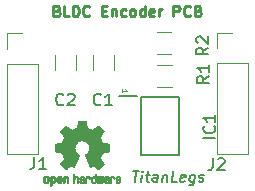
<source format=gbr>
G04 #@! TF.GenerationSoftware,KiCad,Pcbnew,5.1.5+dfsg1-2build2*
G04 #@! TF.CreationDate,2021-08-24T21:15:58+05:30*
G04 #@! TF.ProjectId,AS5600-Encoder-PCB,41533536-3030-42d4-956e-636f6465722d,rev?*
G04 #@! TF.SameCoordinates,Original*
G04 #@! TF.FileFunction,Legend,Top*
G04 #@! TF.FilePolarity,Positive*
%FSLAX46Y46*%
G04 Gerber Fmt 4.6, Leading zero omitted, Abs format (unit mm)*
G04 Created by KiCad (PCBNEW 5.1.5+dfsg1-2build2) date 2021-08-24 21:15:58*
%MOMM*%
%LPD*%
G04 APERTURE LIST*
%ADD10C,0.100000*%
%ADD11C,0.180000*%
%ADD12C,0.225000*%
%ADD13C,0.010000*%
%ADD14C,0.120000*%
%ADD15C,0.200000*%
%ADD16C,0.150000*%
G04 APERTURE END LIST*
D10*
X201319787Y-155013645D02*
X201319787Y-154785074D01*
X201319787Y-154899360D02*
X201719787Y-154899360D01*
X201662644Y-154861264D01*
X201624549Y-154823169D01*
X201605501Y-154785074D01*
D11*
X202260231Y-161729322D02*
X202774517Y-161729322D01*
X202404874Y-162629322D02*
X202517374Y-161729322D01*
X202962017Y-162629322D02*
X203037017Y-162029322D01*
X203074517Y-161729322D02*
X203026302Y-161772180D01*
X203063802Y-161815037D01*
X203112017Y-161772180D01*
X203074517Y-161729322D01*
X203063802Y-161815037D01*
X203337017Y-162029322D02*
X203679874Y-162029322D01*
X203503088Y-161729322D02*
X203406660Y-162500751D01*
X203438802Y-162586465D01*
X203519160Y-162629322D01*
X203604874Y-162629322D01*
X204290588Y-162629322D02*
X204349517Y-162157894D01*
X204317374Y-162072180D01*
X204237017Y-162029322D01*
X204065588Y-162029322D01*
X203974517Y-162072180D01*
X204295945Y-162586465D02*
X204204874Y-162629322D01*
X203990588Y-162629322D01*
X203910231Y-162586465D01*
X203878088Y-162500751D01*
X203888802Y-162415037D01*
X203942374Y-162329322D01*
X204033445Y-162286465D01*
X204247731Y-162286465D01*
X204338802Y-162243608D01*
X204794160Y-162029322D02*
X204719160Y-162629322D01*
X204783445Y-162115037D02*
X204831660Y-162072180D01*
X204922731Y-162029322D01*
X205051302Y-162029322D01*
X205131660Y-162072180D01*
X205163802Y-162157894D01*
X205104874Y-162629322D01*
X205962017Y-162629322D02*
X205533445Y-162629322D01*
X205645945Y-161729322D01*
X206610231Y-162586465D02*
X206519160Y-162629322D01*
X206347731Y-162629322D01*
X206267374Y-162586465D01*
X206235231Y-162500751D01*
X206278088Y-162157894D01*
X206331660Y-162072180D01*
X206422731Y-162029322D01*
X206594160Y-162029322D01*
X206674517Y-162072180D01*
X206706660Y-162157894D01*
X206695945Y-162243608D01*
X206256660Y-162329322D01*
X207494160Y-162029322D02*
X207403088Y-162757894D01*
X207349517Y-162843608D01*
X207301302Y-162886465D01*
X207210231Y-162929322D01*
X207081660Y-162929322D01*
X207001302Y-162886465D01*
X207424517Y-162586465D02*
X207333445Y-162629322D01*
X207162017Y-162629322D01*
X207081660Y-162586465D01*
X207044160Y-162543608D01*
X207012017Y-162457894D01*
X207044160Y-162200751D01*
X207097731Y-162115037D01*
X207145945Y-162072180D01*
X207237017Y-162029322D01*
X207408445Y-162029322D01*
X207488802Y-162072180D01*
X207810231Y-162586465D02*
X207890588Y-162629322D01*
X208062017Y-162629322D01*
X208153088Y-162586465D01*
X208206660Y-162500751D01*
X208212017Y-162457894D01*
X208179874Y-162372180D01*
X208099517Y-162329322D01*
X207970945Y-162329322D01*
X207890588Y-162286465D01*
X207858445Y-162200751D01*
X207863802Y-162157894D01*
X207917374Y-162072180D01*
X208008445Y-162029322D01*
X208137017Y-162029322D01*
X208217374Y-162072180D01*
D12*
X195812514Y-148132014D02*
X195941085Y-148174871D01*
X195983942Y-148217728D01*
X196026800Y-148303442D01*
X196026800Y-148432014D01*
X195983942Y-148517728D01*
X195941085Y-148560585D01*
X195855371Y-148603442D01*
X195512514Y-148603442D01*
X195512514Y-147703442D01*
X195812514Y-147703442D01*
X195898228Y-147746300D01*
X195941085Y-147789157D01*
X195983942Y-147874871D01*
X195983942Y-147960585D01*
X195941085Y-148046300D01*
X195898228Y-148089157D01*
X195812514Y-148132014D01*
X195512514Y-148132014D01*
X196841085Y-148603442D02*
X196412514Y-148603442D01*
X196412514Y-147703442D01*
X197141085Y-148603442D02*
X197141085Y-147703442D01*
X197355371Y-147703442D01*
X197483942Y-147746300D01*
X197569657Y-147832014D01*
X197612514Y-147917728D01*
X197655371Y-148089157D01*
X197655371Y-148217728D01*
X197612514Y-148389157D01*
X197569657Y-148474871D01*
X197483942Y-148560585D01*
X197355371Y-148603442D01*
X197141085Y-148603442D01*
X198555371Y-148517728D02*
X198512514Y-148560585D01*
X198383942Y-148603442D01*
X198298228Y-148603442D01*
X198169657Y-148560585D01*
X198083942Y-148474871D01*
X198041085Y-148389157D01*
X197998228Y-148217728D01*
X197998228Y-148089157D01*
X198041085Y-147917728D01*
X198083942Y-147832014D01*
X198169657Y-147746300D01*
X198298228Y-147703442D01*
X198383942Y-147703442D01*
X198512514Y-147746300D01*
X198555371Y-147789157D01*
X199626800Y-148132014D02*
X199926800Y-148132014D01*
X200055371Y-148603442D02*
X199626800Y-148603442D01*
X199626800Y-147703442D01*
X200055371Y-147703442D01*
X200441085Y-148003442D02*
X200441085Y-148603442D01*
X200441085Y-148089157D02*
X200483942Y-148046300D01*
X200569657Y-148003442D01*
X200698228Y-148003442D01*
X200783942Y-148046300D01*
X200826800Y-148132014D01*
X200826800Y-148603442D01*
X201641085Y-148560585D02*
X201555371Y-148603442D01*
X201383942Y-148603442D01*
X201298228Y-148560585D01*
X201255371Y-148517728D01*
X201212514Y-148432014D01*
X201212514Y-148174871D01*
X201255371Y-148089157D01*
X201298228Y-148046300D01*
X201383942Y-148003442D01*
X201555371Y-148003442D01*
X201641085Y-148046300D01*
X202155371Y-148603442D02*
X202069657Y-148560585D01*
X202026800Y-148517728D01*
X201983942Y-148432014D01*
X201983942Y-148174871D01*
X202026800Y-148089157D01*
X202069657Y-148046300D01*
X202155371Y-148003442D01*
X202283942Y-148003442D01*
X202369657Y-148046300D01*
X202412514Y-148089157D01*
X202455371Y-148174871D01*
X202455371Y-148432014D01*
X202412514Y-148517728D01*
X202369657Y-148560585D01*
X202283942Y-148603442D01*
X202155371Y-148603442D01*
X203226800Y-148603442D02*
X203226800Y-147703442D01*
X203226800Y-148560585D02*
X203141085Y-148603442D01*
X202969657Y-148603442D01*
X202883942Y-148560585D01*
X202841085Y-148517728D01*
X202798228Y-148432014D01*
X202798228Y-148174871D01*
X202841085Y-148089157D01*
X202883942Y-148046300D01*
X202969657Y-148003442D01*
X203141085Y-148003442D01*
X203226800Y-148046300D01*
X203998228Y-148560585D02*
X203912514Y-148603442D01*
X203741085Y-148603442D01*
X203655371Y-148560585D01*
X203612514Y-148474871D01*
X203612514Y-148132014D01*
X203655371Y-148046300D01*
X203741085Y-148003442D01*
X203912514Y-148003442D01*
X203998228Y-148046300D01*
X204041085Y-148132014D01*
X204041085Y-148217728D01*
X203612514Y-148303442D01*
X204426800Y-148603442D02*
X204426800Y-148003442D01*
X204426800Y-148174871D02*
X204469657Y-148089157D01*
X204512514Y-148046300D01*
X204598228Y-148003442D01*
X204683942Y-148003442D01*
X205669657Y-148603442D02*
X205669657Y-147703442D01*
X206012514Y-147703442D01*
X206098228Y-147746300D01*
X206141085Y-147789157D01*
X206183942Y-147874871D01*
X206183942Y-148003442D01*
X206141085Y-148089157D01*
X206098228Y-148132014D01*
X206012514Y-148174871D01*
X205669657Y-148174871D01*
X207083942Y-148517728D02*
X207041085Y-148560585D01*
X206912514Y-148603442D01*
X206826800Y-148603442D01*
X206698228Y-148560585D01*
X206612514Y-148474871D01*
X206569657Y-148389157D01*
X206526800Y-148217728D01*
X206526800Y-148089157D01*
X206569657Y-147917728D01*
X206612514Y-147832014D01*
X206698228Y-147746300D01*
X206826800Y-147703442D01*
X206912514Y-147703442D01*
X207041085Y-147746300D01*
X207083942Y-147789157D01*
X207769657Y-148132014D02*
X207898228Y-148174871D01*
X207941085Y-148217728D01*
X207983942Y-148303442D01*
X207983942Y-148432014D01*
X207941085Y-148517728D01*
X207898228Y-148560585D01*
X207812514Y-148603442D01*
X207469657Y-148603442D01*
X207469657Y-147703442D01*
X207769657Y-147703442D01*
X207855371Y-147746300D01*
X207898228Y-147789157D01*
X207941085Y-147874871D01*
X207941085Y-147960585D01*
X207898228Y-148046300D01*
X207855371Y-148089157D01*
X207769657Y-148132014D01*
X207469657Y-148132014D01*
D13*
G36*
X198020710Y-157442688D02*
G01*
X198099254Y-157443118D01*
X198156098Y-157444282D01*
X198194905Y-157446547D01*
X198219338Y-157450280D01*
X198233062Y-157455846D01*
X198239740Y-157463613D01*
X198243036Y-157473945D01*
X198243356Y-157475283D01*
X198248362Y-157499419D01*
X198257629Y-157547041D01*
X198270192Y-157613081D01*
X198285087Y-157692468D01*
X198301351Y-157780136D01*
X198301919Y-157783215D01*
X198318210Y-157869129D01*
X198333452Y-157945036D01*
X198346661Y-158006385D01*
X198356854Y-158048622D01*
X198363048Y-158067195D01*
X198363343Y-158067524D01*
X198381588Y-158076593D01*
X198419205Y-158091707D01*
X198468071Y-158109602D01*
X198468343Y-158109698D01*
X198529893Y-158132833D01*
X198602457Y-158162305D01*
X198670857Y-158191937D01*
X198674094Y-158193402D01*
X198785502Y-158243966D01*
X199032199Y-158075500D01*
X199107877Y-158024143D01*
X199176431Y-157978229D01*
X199233888Y-157940370D01*
X199276276Y-157913177D01*
X199299625Y-157899261D01*
X199301842Y-157898229D01*
X199318810Y-157902824D01*
X199350501Y-157924995D01*
X199398152Y-157965787D01*
X199462998Y-158026245D01*
X199529197Y-158090567D01*
X199593014Y-158153952D01*
X199650129Y-158211791D01*
X199697105Y-158260515D01*
X199730503Y-158296550D01*
X199746885Y-158316324D01*
X199747494Y-158317342D01*
X199749305Y-158330912D01*
X199742483Y-158353073D01*
X199725340Y-158386818D01*
X199696193Y-158435140D01*
X199653355Y-158501032D01*
X199596248Y-158585857D01*
X199545566Y-158660517D01*
X199500261Y-158727480D01*
X199462950Y-158782856D01*
X199436252Y-158822760D01*
X199422785Y-158843302D01*
X199421937Y-158844696D01*
X199423581Y-158864378D01*
X199436045Y-158902633D01*
X199456848Y-158952229D01*
X199464262Y-158968068D01*
X199496614Y-159038630D01*
X199531128Y-159118693D01*
X199559165Y-159187969D01*
X199579368Y-159239385D01*
X199595415Y-159278459D01*
X199604688Y-159298881D01*
X199605841Y-159300454D01*
X199622896Y-159303061D01*
X199663098Y-159310203D01*
X199721102Y-159320863D01*
X199791563Y-159334025D01*
X199869135Y-159348673D01*
X199948472Y-159363789D01*
X200024231Y-159378358D01*
X200091064Y-159391362D01*
X200143628Y-159401785D01*
X200176576Y-159408610D01*
X200184657Y-159410539D01*
X200193005Y-159415302D01*
X200199306Y-159426058D01*
X200203845Y-159446438D01*
X200206904Y-159480074D01*
X200208767Y-159530595D01*
X200209718Y-159601632D01*
X200210040Y-159696816D01*
X200210057Y-159735832D01*
X200210057Y-160053139D01*
X200133857Y-160068179D01*
X200091463Y-160076335D01*
X200028200Y-160088239D01*
X199951762Y-160102456D01*
X199869843Y-160117550D01*
X199847200Y-160121695D01*
X199771606Y-160136393D01*
X199705753Y-160150845D01*
X199655166Y-160163715D01*
X199625374Y-160173662D01*
X199620412Y-160176627D01*
X199608226Y-160197623D01*
X199590753Y-160238307D01*
X199571377Y-160290662D01*
X199567534Y-160301940D01*
X199542139Y-160371863D01*
X199510617Y-160450758D01*
X199479769Y-160521606D01*
X199479617Y-160521935D01*
X199428247Y-160633073D01*
X199597199Y-160881593D01*
X199766152Y-161130112D01*
X199549229Y-161347398D01*
X199483619Y-161412066D01*
X199423779Y-161469073D01*
X199373067Y-161515373D01*
X199334846Y-161547924D01*
X199312475Y-161563683D01*
X199309266Y-161564683D01*
X199290426Y-161556809D01*
X199251980Y-161534918D01*
X199198130Y-161501607D01*
X199133076Y-161459471D01*
X199062740Y-161412283D01*
X198991355Y-161364150D01*
X198927708Y-161322268D01*
X198875841Y-161289211D01*
X198839795Y-161267558D01*
X198823667Y-161259883D01*
X198803989Y-161266377D01*
X198766675Y-161283490D01*
X198719421Y-161307666D01*
X198714412Y-161310353D01*
X198650777Y-161342267D01*
X198607141Y-161357919D01*
X198580002Y-161358085D01*
X198565857Y-161343544D01*
X198565775Y-161343340D01*
X198558705Y-161326119D01*
X198541842Y-161285239D01*
X198516495Y-161223865D01*
X198483971Y-161145159D01*
X198445578Y-161052287D01*
X198402622Y-160948412D01*
X198361022Y-160847842D01*
X198315304Y-160736856D01*
X198273326Y-160634043D01*
X198236348Y-160542555D01*
X198205627Y-160465541D01*
X198182422Y-160406155D01*
X198167990Y-160367549D01*
X198163543Y-160353140D01*
X198174696Y-160336612D01*
X198203869Y-160310270D01*
X198242771Y-160281227D01*
X198353557Y-160189379D01*
X198440151Y-160084099D01*
X198501516Y-159967606D01*
X198536615Y-159842116D01*
X198544408Y-159709847D01*
X198538743Y-159648797D01*
X198507878Y-159522135D01*
X198454720Y-159410281D01*
X198382567Y-159314341D01*
X198294717Y-159235416D01*
X198194465Y-159174610D01*
X198085110Y-159133027D01*
X197969947Y-159111768D01*
X197852275Y-159111939D01*
X197735390Y-159134641D01*
X197622589Y-159180978D01*
X197517169Y-159252053D01*
X197473168Y-159292251D01*
X197388779Y-159395469D01*
X197330022Y-159508265D01*
X197296504Y-159627350D01*
X197287835Y-159749435D01*
X197303623Y-159871233D01*
X197343478Y-159989456D01*
X197407007Y-160100815D01*
X197493821Y-160202024D01*
X197590829Y-160281227D01*
X197631237Y-160311502D01*
X197659782Y-160337559D01*
X197670057Y-160353165D01*
X197664677Y-160370183D01*
X197649375Y-160410840D01*
X197625412Y-160471982D01*
X197594044Y-160550459D01*
X197556532Y-160643120D01*
X197514133Y-160746812D01*
X197472463Y-160847866D01*
X197426490Y-160958947D01*
X197383907Y-161061881D01*
X197346021Y-161153505D01*
X197314140Y-161230656D01*
X197289571Y-161290171D01*
X197273620Y-161328884D01*
X197267710Y-161343340D01*
X197253748Y-161358025D01*
X197226740Y-161357982D01*
X197183213Y-161342439D01*
X197119690Y-161310624D01*
X197119188Y-161310353D01*
X197071360Y-161285663D01*
X197032697Y-161267678D01*
X197010895Y-161259954D01*
X197009933Y-161259883D01*
X196993521Y-161267718D01*
X196957287Y-161289505D01*
X196905274Y-161322668D01*
X196841525Y-161364631D01*
X196770860Y-161412283D01*
X196698916Y-161460531D01*
X196634074Y-161502491D01*
X196580535Y-161535567D01*
X196542497Y-161557161D01*
X196524333Y-161564683D01*
X196507608Y-161554797D01*
X196473980Y-161527166D01*
X196426810Y-161484835D01*
X196369458Y-161430845D01*
X196305284Y-161368239D01*
X196284297Y-161347323D01*
X196067299Y-161129963D01*
X196232468Y-160887560D01*
X196282664Y-160813121D01*
X196326719Y-160746312D01*
X196362162Y-160691005D01*
X196386519Y-160651069D01*
X196397322Y-160630376D01*
X196397638Y-160628903D01*
X196391943Y-160609398D01*
X196376626Y-160570162D01*
X196354337Y-160517770D01*
X196338693Y-160482695D01*
X196309441Y-160415541D01*
X196281894Y-160347698D01*
X196260537Y-160290374D01*
X196254735Y-160272912D01*
X196238252Y-160226278D01*
X196222140Y-160190245D01*
X196213290Y-160176627D01*
X196193760Y-160168292D01*
X196151134Y-160156477D01*
X196090945Y-160142521D01*
X196018722Y-160127762D01*
X195986400Y-160121695D01*
X195904322Y-160106613D01*
X195825595Y-160092009D01*
X195757909Y-160079320D01*
X195708960Y-160069982D01*
X195699743Y-160068179D01*
X195623543Y-160053139D01*
X195623543Y-159735832D01*
X195623714Y-159631494D01*
X195624416Y-159552553D01*
X195625934Y-159495378D01*
X195628549Y-159456339D01*
X195632546Y-159431805D01*
X195638209Y-159418145D01*
X195645820Y-159411729D01*
X195648943Y-159410539D01*
X195667778Y-159406320D01*
X195709388Y-159397902D01*
X195768430Y-159386301D01*
X195839557Y-159372535D01*
X195917425Y-159357620D01*
X195996687Y-159342572D01*
X196071998Y-159328409D01*
X196138013Y-159316146D01*
X196189387Y-159306801D01*
X196220775Y-159301390D01*
X196227759Y-159300454D01*
X196234085Y-159287936D01*
X196248090Y-159254586D01*
X196267155Y-159206717D01*
X196274434Y-159187969D01*
X196303796Y-159115535D01*
X196338371Y-159035510D01*
X196369337Y-158968068D01*
X196392123Y-158916499D01*
X196407282Y-158874125D01*
X196412342Y-158848174D01*
X196411536Y-158844696D01*
X196400841Y-158828276D01*
X196376420Y-158791757D01*
X196340895Y-158739027D01*
X196296887Y-158673975D01*
X196247017Y-158600491D01*
X196237156Y-158585985D01*
X196179292Y-158500044D01*
X196136756Y-158434601D01*
X196107854Y-158386644D01*
X196090890Y-158353160D01*
X196084167Y-158331135D01*
X196085990Y-158317557D01*
X196086036Y-158317471D01*
X196100386Y-158299637D01*
X196132123Y-158265157D01*
X196177810Y-158217608D01*
X196234004Y-158160562D01*
X196297268Y-158097595D01*
X196304402Y-158090567D01*
X196384130Y-158013360D01*
X196445657Y-157956670D01*
X196490221Y-157919450D01*
X196519057Y-157900655D01*
X196531758Y-157898229D01*
X196550294Y-157908811D01*
X196588761Y-157933256D01*
X196643186Y-157968952D01*
X196709598Y-158013287D01*
X196784025Y-158063651D01*
X196801401Y-158075500D01*
X197048097Y-158243966D01*
X197159506Y-158193402D01*
X197227257Y-158163935D01*
X197299983Y-158134299D01*
X197362503Y-158110670D01*
X197365257Y-158109698D01*
X197414160Y-158091797D01*
X197451857Y-158076660D01*
X197470225Y-158067550D01*
X197470256Y-158067524D01*
X197476085Y-158051057D01*
X197485992Y-158010559D01*
X197498995Y-157950582D01*
X197514109Y-157875680D01*
X197530352Y-157790404D01*
X197531681Y-157783215D01*
X197547975Y-157695354D01*
X197562933Y-157615600D01*
X197575591Y-157549021D01*
X197584986Y-157500687D01*
X197590154Y-157475665D01*
X197590244Y-157475283D01*
X197593389Y-157464639D01*
X197599504Y-157456602D01*
X197612253Y-157450807D01*
X197635300Y-157446887D01*
X197672309Y-157444475D01*
X197726944Y-157443205D01*
X197802867Y-157442711D01*
X197903744Y-157442626D01*
X197916800Y-157442626D01*
X198020710Y-157442688D01*
G37*
X198020710Y-157442688D02*
X198099254Y-157443118D01*
X198156098Y-157444282D01*
X198194905Y-157446547D01*
X198219338Y-157450280D01*
X198233062Y-157455846D01*
X198239740Y-157463613D01*
X198243036Y-157473945D01*
X198243356Y-157475283D01*
X198248362Y-157499419D01*
X198257629Y-157547041D01*
X198270192Y-157613081D01*
X198285087Y-157692468D01*
X198301351Y-157780136D01*
X198301919Y-157783215D01*
X198318210Y-157869129D01*
X198333452Y-157945036D01*
X198346661Y-158006385D01*
X198356854Y-158048622D01*
X198363048Y-158067195D01*
X198363343Y-158067524D01*
X198381588Y-158076593D01*
X198419205Y-158091707D01*
X198468071Y-158109602D01*
X198468343Y-158109698D01*
X198529893Y-158132833D01*
X198602457Y-158162305D01*
X198670857Y-158191937D01*
X198674094Y-158193402D01*
X198785502Y-158243966D01*
X199032199Y-158075500D01*
X199107877Y-158024143D01*
X199176431Y-157978229D01*
X199233888Y-157940370D01*
X199276276Y-157913177D01*
X199299625Y-157899261D01*
X199301842Y-157898229D01*
X199318810Y-157902824D01*
X199350501Y-157924995D01*
X199398152Y-157965787D01*
X199462998Y-158026245D01*
X199529197Y-158090567D01*
X199593014Y-158153952D01*
X199650129Y-158211791D01*
X199697105Y-158260515D01*
X199730503Y-158296550D01*
X199746885Y-158316324D01*
X199747494Y-158317342D01*
X199749305Y-158330912D01*
X199742483Y-158353073D01*
X199725340Y-158386818D01*
X199696193Y-158435140D01*
X199653355Y-158501032D01*
X199596248Y-158585857D01*
X199545566Y-158660517D01*
X199500261Y-158727480D01*
X199462950Y-158782856D01*
X199436252Y-158822760D01*
X199422785Y-158843302D01*
X199421937Y-158844696D01*
X199423581Y-158864378D01*
X199436045Y-158902633D01*
X199456848Y-158952229D01*
X199464262Y-158968068D01*
X199496614Y-159038630D01*
X199531128Y-159118693D01*
X199559165Y-159187969D01*
X199579368Y-159239385D01*
X199595415Y-159278459D01*
X199604688Y-159298881D01*
X199605841Y-159300454D01*
X199622896Y-159303061D01*
X199663098Y-159310203D01*
X199721102Y-159320863D01*
X199791563Y-159334025D01*
X199869135Y-159348673D01*
X199948472Y-159363789D01*
X200024231Y-159378358D01*
X200091064Y-159391362D01*
X200143628Y-159401785D01*
X200176576Y-159408610D01*
X200184657Y-159410539D01*
X200193005Y-159415302D01*
X200199306Y-159426058D01*
X200203845Y-159446438D01*
X200206904Y-159480074D01*
X200208767Y-159530595D01*
X200209718Y-159601632D01*
X200210040Y-159696816D01*
X200210057Y-159735832D01*
X200210057Y-160053139D01*
X200133857Y-160068179D01*
X200091463Y-160076335D01*
X200028200Y-160088239D01*
X199951762Y-160102456D01*
X199869843Y-160117550D01*
X199847200Y-160121695D01*
X199771606Y-160136393D01*
X199705753Y-160150845D01*
X199655166Y-160163715D01*
X199625374Y-160173662D01*
X199620412Y-160176627D01*
X199608226Y-160197623D01*
X199590753Y-160238307D01*
X199571377Y-160290662D01*
X199567534Y-160301940D01*
X199542139Y-160371863D01*
X199510617Y-160450758D01*
X199479769Y-160521606D01*
X199479617Y-160521935D01*
X199428247Y-160633073D01*
X199597199Y-160881593D01*
X199766152Y-161130112D01*
X199549229Y-161347398D01*
X199483619Y-161412066D01*
X199423779Y-161469073D01*
X199373067Y-161515373D01*
X199334846Y-161547924D01*
X199312475Y-161563683D01*
X199309266Y-161564683D01*
X199290426Y-161556809D01*
X199251980Y-161534918D01*
X199198130Y-161501607D01*
X199133076Y-161459471D01*
X199062740Y-161412283D01*
X198991355Y-161364150D01*
X198927708Y-161322268D01*
X198875841Y-161289211D01*
X198839795Y-161267558D01*
X198823667Y-161259883D01*
X198803989Y-161266377D01*
X198766675Y-161283490D01*
X198719421Y-161307666D01*
X198714412Y-161310353D01*
X198650777Y-161342267D01*
X198607141Y-161357919D01*
X198580002Y-161358085D01*
X198565857Y-161343544D01*
X198565775Y-161343340D01*
X198558705Y-161326119D01*
X198541842Y-161285239D01*
X198516495Y-161223865D01*
X198483971Y-161145159D01*
X198445578Y-161052287D01*
X198402622Y-160948412D01*
X198361022Y-160847842D01*
X198315304Y-160736856D01*
X198273326Y-160634043D01*
X198236348Y-160542555D01*
X198205627Y-160465541D01*
X198182422Y-160406155D01*
X198167990Y-160367549D01*
X198163543Y-160353140D01*
X198174696Y-160336612D01*
X198203869Y-160310270D01*
X198242771Y-160281227D01*
X198353557Y-160189379D01*
X198440151Y-160084099D01*
X198501516Y-159967606D01*
X198536615Y-159842116D01*
X198544408Y-159709847D01*
X198538743Y-159648797D01*
X198507878Y-159522135D01*
X198454720Y-159410281D01*
X198382567Y-159314341D01*
X198294717Y-159235416D01*
X198194465Y-159174610D01*
X198085110Y-159133027D01*
X197969947Y-159111768D01*
X197852275Y-159111939D01*
X197735390Y-159134641D01*
X197622589Y-159180978D01*
X197517169Y-159252053D01*
X197473168Y-159292251D01*
X197388779Y-159395469D01*
X197330022Y-159508265D01*
X197296504Y-159627350D01*
X197287835Y-159749435D01*
X197303623Y-159871233D01*
X197343478Y-159989456D01*
X197407007Y-160100815D01*
X197493821Y-160202024D01*
X197590829Y-160281227D01*
X197631237Y-160311502D01*
X197659782Y-160337559D01*
X197670057Y-160353165D01*
X197664677Y-160370183D01*
X197649375Y-160410840D01*
X197625412Y-160471982D01*
X197594044Y-160550459D01*
X197556532Y-160643120D01*
X197514133Y-160746812D01*
X197472463Y-160847866D01*
X197426490Y-160958947D01*
X197383907Y-161061881D01*
X197346021Y-161153505D01*
X197314140Y-161230656D01*
X197289571Y-161290171D01*
X197273620Y-161328884D01*
X197267710Y-161343340D01*
X197253748Y-161358025D01*
X197226740Y-161357982D01*
X197183213Y-161342439D01*
X197119690Y-161310624D01*
X197119188Y-161310353D01*
X197071360Y-161285663D01*
X197032697Y-161267678D01*
X197010895Y-161259954D01*
X197009933Y-161259883D01*
X196993521Y-161267718D01*
X196957287Y-161289505D01*
X196905274Y-161322668D01*
X196841525Y-161364631D01*
X196770860Y-161412283D01*
X196698916Y-161460531D01*
X196634074Y-161502491D01*
X196580535Y-161535567D01*
X196542497Y-161557161D01*
X196524333Y-161564683D01*
X196507608Y-161554797D01*
X196473980Y-161527166D01*
X196426810Y-161484835D01*
X196369458Y-161430845D01*
X196305284Y-161368239D01*
X196284297Y-161347323D01*
X196067299Y-161129963D01*
X196232468Y-160887560D01*
X196282664Y-160813121D01*
X196326719Y-160746312D01*
X196362162Y-160691005D01*
X196386519Y-160651069D01*
X196397322Y-160630376D01*
X196397638Y-160628903D01*
X196391943Y-160609398D01*
X196376626Y-160570162D01*
X196354337Y-160517770D01*
X196338693Y-160482695D01*
X196309441Y-160415541D01*
X196281894Y-160347698D01*
X196260537Y-160290374D01*
X196254735Y-160272912D01*
X196238252Y-160226278D01*
X196222140Y-160190245D01*
X196213290Y-160176627D01*
X196193760Y-160168292D01*
X196151134Y-160156477D01*
X196090945Y-160142521D01*
X196018722Y-160127762D01*
X195986400Y-160121695D01*
X195904322Y-160106613D01*
X195825595Y-160092009D01*
X195757909Y-160079320D01*
X195708960Y-160069982D01*
X195699743Y-160068179D01*
X195623543Y-160053139D01*
X195623543Y-159735832D01*
X195623714Y-159631494D01*
X195624416Y-159552553D01*
X195625934Y-159495378D01*
X195628549Y-159456339D01*
X195632546Y-159431805D01*
X195638209Y-159418145D01*
X195645820Y-159411729D01*
X195648943Y-159410539D01*
X195667778Y-159406320D01*
X195709388Y-159397902D01*
X195768430Y-159386301D01*
X195839557Y-159372535D01*
X195917425Y-159357620D01*
X195996687Y-159342572D01*
X196071998Y-159328409D01*
X196138013Y-159316146D01*
X196189387Y-159306801D01*
X196220775Y-159301390D01*
X196227759Y-159300454D01*
X196234085Y-159287936D01*
X196248090Y-159254586D01*
X196267155Y-159206717D01*
X196274434Y-159187969D01*
X196303796Y-159115535D01*
X196338371Y-159035510D01*
X196369337Y-158968068D01*
X196392123Y-158916499D01*
X196407282Y-158874125D01*
X196412342Y-158848174D01*
X196411536Y-158844696D01*
X196400841Y-158828276D01*
X196376420Y-158791757D01*
X196340895Y-158739027D01*
X196296887Y-158673975D01*
X196247017Y-158600491D01*
X196237156Y-158585985D01*
X196179292Y-158500044D01*
X196136756Y-158434601D01*
X196107854Y-158386644D01*
X196090890Y-158353160D01*
X196084167Y-158331135D01*
X196085990Y-158317557D01*
X196086036Y-158317471D01*
X196100386Y-158299637D01*
X196132123Y-158265157D01*
X196177810Y-158217608D01*
X196234004Y-158160562D01*
X196297268Y-158097595D01*
X196304402Y-158090567D01*
X196384130Y-158013360D01*
X196445657Y-157956670D01*
X196490221Y-157919450D01*
X196519057Y-157900655D01*
X196531758Y-157898229D01*
X196550294Y-157908811D01*
X196588761Y-157933256D01*
X196643186Y-157968952D01*
X196709598Y-158013287D01*
X196784025Y-158063651D01*
X196801401Y-158075500D01*
X197048097Y-158243966D01*
X197159506Y-158193402D01*
X197227257Y-158163935D01*
X197299983Y-158134299D01*
X197362503Y-158110670D01*
X197365257Y-158109698D01*
X197414160Y-158091797D01*
X197451857Y-158076660D01*
X197470225Y-158067550D01*
X197470256Y-158067524D01*
X197476085Y-158051057D01*
X197485992Y-158010559D01*
X197498995Y-157950582D01*
X197514109Y-157875680D01*
X197530352Y-157790404D01*
X197531681Y-157783215D01*
X197547975Y-157695354D01*
X197562933Y-157615600D01*
X197575591Y-157549021D01*
X197584986Y-157500687D01*
X197590154Y-157475665D01*
X197590244Y-157475283D01*
X197593389Y-157464639D01*
X197599504Y-157456602D01*
X197612253Y-157450807D01*
X197635300Y-157446887D01*
X197672309Y-157444475D01*
X197726944Y-157443205D01*
X197802867Y-157442711D01*
X197903744Y-157442626D01*
X197916800Y-157442626D01*
X198020710Y-157442688D01*
G36*
X201070395Y-162167306D02*
G01*
X201127821Y-162204837D01*
X201155519Y-162238436D01*
X201177462Y-162299404D01*
X201179205Y-162347648D01*
X201175257Y-162412156D01*
X201026486Y-162477274D01*
X200954149Y-162510542D01*
X200906884Y-162537304D01*
X200882307Y-162560484D01*
X200878037Y-162583007D01*
X200891689Y-162607795D01*
X200906743Y-162624226D01*
X200950546Y-162650575D01*
X200998189Y-162652421D01*
X201041945Y-162631886D01*
X201074089Y-162591092D01*
X201079838Y-162576687D01*
X201107376Y-162531696D01*
X201139058Y-162512522D01*
X201182514Y-162496119D01*
X201182514Y-162558306D01*
X201178672Y-162600623D01*
X201163623Y-162636309D01*
X201132080Y-162677283D01*
X201127392Y-162682607D01*
X201092306Y-162719060D01*
X201062147Y-162738623D01*
X201024415Y-162747623D01*
X200993135Y-162750570D01*
X200937185Y-162751305D01*
X200897355Y-162742000D01*
X200872508Y-162728186D01*
X200833456Y-162697807D01*
X200806425Y-162664953D01*
X200789317Y-162623634D01*
X200780038Y-162567861D01*
X200776493Y-162491645D01*
X200776210Y-162452962D01*
X200777172Y-162406587D01*
X200864807Y-162406587D01*
X200865823Y-162431466D01*
X200868356Y-162435540D01*
X200885074Y-162430005D01*
X200921049Y-162415357D01*
X200969131Y-162394530D01*
X200979186Y-162390054D01*
X201039952Y-162359154D01*
X201073432Y-162331997D01*
X201080790Y-162306560D01*
X201063191Y-162280821D01*
X201048656Y-162269449D01*
X200996210Y-162246704D01*
X200947122Y-162250462D01*
X200906027Y-162278224D01*
X200877558Y-162327492D01*
X200868431Y-162366597D01*
X200864807Y-162406587D01*
X200777172Y-162406587D01*
X200778085Y-162362589D01*
X200784996Y-162295724D01*
X200798684Y-162247035D01*
X200820896Y-162211189D01*
X200853374Y-162182853D01*
X200867533Y-162173695D01*
X200931853Y-162149847D01*
X201002273Y-162148346D01*
X201070395Y-162167306D01*
G37*
X201070395Y-162167306D02*
X201127821Y-162204837D01*
X201155519Y-162238436D01*
X201177462Y-162299404D01*
X201179205Y-162347648D01*
X201175257Y-162412156D01*
X201026486Y-162477274D01*
X200954149Y-162510542D01*
X200906884Y-162537304D01*
X200882307Y-162560484D01*
X200878037Y-162583007D01*
X200891689Y-162607795D01*
X200906743Y-162624226D01*
X200950546Y-162650575D01*
X200998189Y-162652421D01*
X201041945Y-162631886D01*
X201074089Y-162591092D01*
X201079838Y-162576687D01*
X201107376Y-162531696D01*
X201139058Y-162512522D01*
X201182514Y-162496119D01*
X201182514Y-162558306D01*
X201178672Y-162600623D01*
X201163623Y-162636309D01*
X201132080Y-162677283D01*
X201127392Y-162682607D01*
X201092306Y-162719060D01*
X201062147Y-162738623D01*
X201024415Y-162747623D01*
X200993135Y-162750570D01*
X200937185Y-162751305D01*
X200897355Y-162742000D01*
X200872508Y-162728186D01*
X200833456Y-162697807D01*
X200806425Y-162664953D01*
X200789317Y-162623634D01*
X200780038Y-162567861D01*
X200776493Y-162491645D01*
X200776210Y-162452962D01*
X200777172Y-162406587D01*
X200864807Y-162406587D01*
X200865823Y-162431466D01*
X200868356Y-162435540D01*
X200885074Y-162430005D01*
X200921049Y-162415357D01*
X200969131Y-162394530D01*
X200979186Y-162390054D01*
X201039952Y-162359154D01*
X201073432Y-162331997D01*
X201080790Y-162306560D01*
X201063191Y-162280821D01*
X201048656Y-162269449D01*
X200996210Y-162246704D01*
X200947122Y-162250462D01*
X200906027Y-162278224D01*
X200877558Y-162327492D01*
X200868431Y-162366597D01*
X200864807Y-162406587D01*
X200777172Y-162406587D01*
X200778085Y-162362589D01*
X200784996Y-162295724D01*
X200798684Y-162247035D01*
X200820896Y-162211189D01*
X200853374Y-162182853D01*
X200867533Y-162173695D01*
X200931853Y-162149847D01*
X201002273Y-162148346D01*
X201070395Y-162167306D01*
G36*
X200569400Y-162159092D02*
G01*
X200586748Y-162166674D01*
X200628156Y-162199468D01*
X200663565Y-162246887D01*
X200685464Y-162297491D01*
X200689029Y-162322438D01*
X200677079Y-162357267D01*
X200650867Y-162375697D01*
X200622764Y-162386856D01*
X200609895Y-162388912D01*
X200603629Y-162373989D01*
X200591256Y-162341515D01*
X200585828Y-162326842D01*
X200555390Y-162276084D01*
X200511320Y-162250767D01*
X200454810Y-162251546D01*
X200450625Y-162252543D01*
X200420455Y-162266847D01*
X200398276Y-162294733D01*
X200383127Y-162339627D01*
X200374050Y-162404955D01*
X200370086Y-162494144D01*
X200369714Y-162541601D01*
X200369530Y-162616411D01*
X200368322Y-162667409D01*
X200365109Y-162699811D01*
X200358909Y-162718835D01*
X200348740Y-162729696D01*
X200333619Y-162737612D01*
X200332746Y-162738010D01*
X200303628Y-162750321D01*
X200289203Y-162754854D01*
X200286986Y-162741149D01*
X200285089Y-162703265D01*
X200283647Y-162646055D01*
X200282798Y-162574367D01*
X200282629Y-162521905D01*
X200283492Y-162420387D01*
X200286870Y-162343372D01*
X200293942Y-162286363D01*
X200305888Y-162244866D01*
X200323890Y-162214383D01*
X200349127Y-162190420D01*
X200374047Y-162173695D01*
X200433971Y-162151437D01*
X200503711Y-162146416D01*
X200569400Y-162159092D01*
G37*
X200569400Y-162159092D02*
X200586748Y-162166674D01*
X200628156Y-162199468D01*
X200663565Y-162246887D01*
X200685464Y-162297491D01*
X200689029Y-162322438D01*
X200677079Y-162357267D01*
X200650867Y-162375697D01*
X200622764Y-162386856D01*
X200609895Y-162388912D01*
X200603629Y-162373989D01*
X200591256Y-162341515D01*
X200585828Y-162326842D01*
X200555390Y-162276084D01*
X200511320Y-162250767D01*
X200454810Y-162251546D01*
X200450625Y-162252543D01*
X200420455Y-162266847D01*
X200398276Y-162294733D01*
X200383127Y-162339627D01*
X200374050Y-162404955D01*
X200370086Y-162494144D01*
X200369714Y-162541601D01*
X200369530Y-162616411D01*
X200368322Y-162667409D01*
X200365109Y-162699811D01*
X200358909Y-162718835D01*
X200348740Y-162729696D01*
X200333619Y-162737612D01*
X200332746Y-162738010D01*
X200303628Y-162750321D01*
X200289203Y-162754854D01*
X200286986Y-162741149D01*
X200285089Y-162703265D01*
X200283647Y-162646055D01*
X200282798Y-162574367D01*
X200282629Y-162521905D01*
X200283492Y-162420387D01*
X200286870Y-162343372D01*
X200293942Y-162286363D01*
X200305888Y-162244866D01*
X200323890Y-162214383D01*
X200349127Y-162190420D01*
X200374047Y-162173695D01*
X200433971Y-162151437D01*
X200503711Y-162146416D01*
X200569400Y-162159092D01*
G36*
X200061676Y-162156675D02*
G01*
X200103467Y-162175684D01*
X200136269Y-162198718D01*
X200160303Y-162224473D01*
X200176897Y-162257698D01*
X200187377Y-162303140D01*
X200193071Y-162365547D01*
X200195307Y-162449667D01*
X200195543Y-162505061D01*
X200195543Y-162721166D01*
X200158574Y-162738010D01*
X200129456Y-162750321D01*
X200115031Y-162754854D01*
X200112272Y-162741365D01*
X200110082Y-162704993D01*
X200108742Y-162651882D01*
X200108457Y-162609712D01*
X200107234Y-162548787D01*
X200103936Y-162500455D01*
X200099121Y-162470858D01*
X200095296Y-162464569D01*
X200069583Y-162470992D01*
X200029218Y-162487465D01*
X199982479Y-162509798D01*
X199937645Y-162533797D01*
X199902993Y-162555270D01*
X199886802Y-162570025D01*
X199886738Y-162570185D01*
X199888130Y-162597492D01*
X199900618Y-162623559D01*
X199922543Y-162644732D01*
X199954543Y-162651814D01*
X199981892Y-162650989D01*
X200020626Y-162650382D01*
X200040958Y-162659456D01*
X200053169Y-162683432D01*
X200054709Y-162687953D01*
X200060003Y-162722146D01*
X200045847Y-162742908D01*
X200008948Y-162752802D01*
X199969089Y-162754632D01*
X199897362Y-162741067D01*
X199860232Y-162721695D01*
X199814376Y-162676185D01*
X199790056Y-162620323D01*
X199787873Y-162561297D01*
X199808429Y-162506293D01*
X199839349Y-162471826D01*
X199870220Y-162452529D01*
X199918742Y-162428099D01*
X199975285Y-162403325D01*
X199984710Y-162399539D01*
X200046819Y-162372131D01*
X200082622Y-162347974D01*
X200094137Y-162323959D01*
X200083380Y-162296975D01*
X200064914Y-162275883D01*
X200021269Y-162249912D01*
X199973246Y-162247964D01*
X199929206Y-162267977D01*
X199897509Y-162307891D01*
X199893349Y-162318188D01*
X199869127Y-162356064D01*
X199833765Y-162384182D01*
X199789143Y-162407257D01*
X199789143Y-162341825D01*
X199791769Y-162301846D01*
X199803030Y-162270337D01*
X199827999Y-162236718D01*
X199851969Y-162210824D01*
X199889241Y-162174157D01*
X199918201Y-162154461D01*
X199949305Y-162146560D01*
X199984513Y-162145254D01*
X200061676Y-162156675D01*
G37*
X200061676Y-162156675D02*
X200103467Y-162175684D01*
X200136269Y-162198718D01*
X200160303Y-162224473D01*
X200176897Y-162257698D01*
X200187377Y-162303140D01*
X200193071Y-162365547D01*
X200195307Y-162449667D01*
X200195543Y-162505061D01*
X200195543Y-162721166D01*
X200158574Y-162738010D01*
X200129456Y-162750321D01*
X200115031Y-162754854D01*
X200112272Y-162741365D01*
X200110082Y-162704993D01*
X200108742Y-162651882D01*
X200108457Y-162609712D01*
X200107234Y-162548787D01*
X200103936Y-162500455D01*
X200099121Y-162470858D01*
X200095296Y-162464569D01*
X200069583Y-162470992D01*
X200029218Y-162487465D01*
X199982479Y-162509798D01*
X199937645Y-162533797D01*
X199902993Y-162555270D01*
X199886802Y-162570025D01*
X199886738Y-162570185D01*
X199888130Y-162597492D01*
X199900618Y-162623559D01*
X199922543Y-162644732D01*
X199954543Y-162651814D01*
X199981892Y-162650989D01*
X200020626Y-162650382D01*
X200040958Y-162659456D01*
X200053169Y-162683432D01*
X200054709Y-162687953D01*
X200060003Y-162722146D01*
X200045847Y-162742908D01*
X200008948Y-162752802D01*
X199969089Y-162754632D01*
X199897362Y-162741067D01*
X199860232Y-162721695D01*
X199814376Y-162676185D01*
X199790056Y-162620323D01*
X199787873Y-162561297D01*
X199808429Y-162506293D01*
X199839349Y-162471826D01*
X199870220Y-162452529D01*
X199918742Y-162428099D01*
X199975285Y-162403325D01*
X199984710Y-162399539D01*
X200046819Y-162372131D01*
X200082622Y-162347974D01*
X200094137Y-162323959D01*
X200083380Y-162296975D01*
X200064914Y-162275883D01*
X200021269Y-162249912D01*
X199973246Y-162247964D01*
X199929206Y-162267977D01*
X199897509Y-162307891D01*
X199893349Y-162318188D01*
X199869127Y-162356064D01*
X199833765Y-162384182D01*
X199789143Y-162407257D01*
X199789143Y-162341825D01*
X199791769Y-162301846D01*
X199803030Y-162270337D01*
X199827999Y-162236718D01*
X199851969Y-162210824D01*
X199889241Y-162174157D01*
X199918201Y-162154461D01*
X199949305Y-162146560D01*
X199984513Y-162145254D01*
X200061676Y-162156675D01*
G36*
X199696633Y-162159003D02*
G01*
X199698848Y-162197190D01*
X199700584Y-162255226D01*
X199701699Y-162328520D01*
X199702057Y-162405395D01*
X199702057Y-162665536D01*
X199656126Y-162711467D01*
X199624475Y-162739769D01*
X199596690Y-162751233D01*
X199558715Y-162750508D01*
X199543640Y-162748661D01*
X199496526Y-162743288D01*
X199457556Y-162740209D01*
X199448057Y-162739925D01*
X199416033Y-162741785D01*
X199370232Y-162746454D01*
X199352474Y-162748661D01*
X199308857Y-162752075D01*
X199279545Y-162744660D01*
X199250480Y-162721767D01*
X199239988Y-162711467D01*
X199194057Y-162665536D01*
X199194057Y-162178942D01*
X199231026Y-162162098D01*
X199262859Y-162149622D01*
X199281483Y-162145254D01*
X199286258Y-162159058D01*
X199290721Y-162197626D01*
X199294575Y-162256696D01*
X199297522Y-162332003D01*
X199298943Y-162395626D01*
X199302914Y-162645997D01*
X199337559Y-162650896D01*
X199369068Y-162647471D01*
X199384508Y-162636381D01*
X199388823Y-162615648D01*
X199392508Y-162571485D01*
X199395269Y-162509486D01*
X199396812Y-162435249D01*
X199397035Y-162397046D01*
X199397257Y-162177123D01*
X199442966Y-162161189D01*
X199475318Y-162150355D01*
X199492915Y-162145302D01*
X199493423Y-162145254D01*
X199495188Y-162158988D01*
X199497129Y-162197070D01*
X199499082Y-162254822D01*
X199500884Y-162327567D01*
X199502143Y-162395626D01*
X199506114Y-162645997D01*
X199593200Y-162645997D01*
X199597196Y-162417580D01*
X199601192Y-162189162D01*
X199643647Y-162167208D01*
X199674992Y-162152133D01*
X199693544Y-162145291D01*
X199694079Y-162145254D01*
X199696633Y-162159003D01*
G37*
X199696633Y-162159003D02*
X199698848Y-162197190D01*
X199700584Y-162255226D01*
X199701699Y-162328520D01*
X199702057Y-162405395D01*
X199702057Y-162665536D01*
X199656126Y-162711467D01*
X199624475Y-162739769D01*
X199596690Y-162751233D01*
X199558715Y-162750508D01*
X199543640Y-162748661D01*
X199496526Y-162743288D01*
X199457556Y-162740209D01*
X199448057Y-162739925D01*
X199416033Y-162741785D01*
X199370232Y-162746454D01*
X199352474Y-162748661D01*
X199308857Y-162752075D01*
X199279545Y-162744660D01*
X199250480Y-162721767D01*
X199239988Y-162711467D01*
X199194057Y-162665536D01*
X199194057Y-162178942D01*
X199231026Y-162162098D01*
X199262859Y-162149622D01*
X199281483Y-162145254D01*
X199286258Y-162159058D01*
X199290721Y-162197626D01*
X199294575Y-162256696D01*
X199297522Y-162332003D01*
X199298943Y-162395626D01*
X199302914Y-162645997D01*
X199337559Y-162650896D01*
X199369068Y-162647471D01*
X199384508Y-162636381D01*
X199388823Y-162615648D01*
X199392508Y-162571485D01*
X199395269Y-162509486D01*
X199396812Y-162435249D01*
X199397035Y-162397046D01*
X199397257Y-162177123D01*
X199442966Y-162161189D01*
X199475318Y-162150355D01*
X199492915Y-162145302D01*
X199493423Y-162145254D01*
X199495188Y-162158988D01*
X199497129Y-162197070D01*
X199499082Y-162254822D01*
X199500884Y-162327567D01*
X199502143Y-162395626D01*
X199506114Y-162645997D01*
X199593200Y-162645997D01*
X199597196Y-162417580D01*
X199601192Y-162189162D01*
X199643647Y-162167208D01*
X199674992Y-162152133D01*
X199693544Y-162145291D01*
X199694079Y-162145254D01*
X199696633Y-162159003D01*
G36*
X199106917Y-162265698D02*
G01*
X199106733Y-162374177D01*
X199106019Y-162457627D01*
X199104475Y-162520044D01*
X199101801Y-162565425D01*
X199097694Y-162597769D01*
X199091855Y-162621073D01*
X199083982Y-162639335D01*
X199078021Y-162649758D01*
X199028655Y-162706285D01*
X198966064Y-162741717D01*
X198896813Y-162754430D01*
X198827468Y-162742803D01*
X198786175Y-162721908D01*
X198742825Y-162685762D01*
X198713281Y-162641616D01*
X198695455Y-162583802D01*
X198687263Y-162506653D01*
X198686102Y-162450054D01*
X198686258Y-162445987D01*
X198787657Y-162445987D01*
X198788276Y-162510890D01*
X198791114Y-162553854D01*
X198797640Y-162581962D01*
X198809323Y-162602293D01*
X198823283Y-162617628D01*
X198870165Y-162647230D01*
X198920501Y-162649759D01*
X198968076Y-162625045D01*
X198971779Y-162621696D01*
X198987583Y-162604275D01*
X198997493Y-162583549D01*
X199002858Y-162552702D01*
X199005028Y-162504917D01*
X199005371Y-162452088D01*
X199004627Y-162385721D01*
X199001548Y-162341446D01*
X198994861Y-162312349D01*
X198983296Y-162291513D01*
X198973813Y-162280447D01*
X198929760Y-162252538D01*
X198879024Y-162249183D01*
X198830596Y-162270499D01*
X198821250Y-162278413D01*
X198805340Y-162295987D01*
X198795410Y-162316927D01*
X198790078Y-162348122D01*
X198787963Y-162396462D01*
X198787657Y-162445987D01*
X198686258Y-162445987D01*
X198689610Y-162358908D01*
X198701526Y-162290426D01*
X198723935Y-162238940D01*
X198758924Y-162198783D01*
X198786175Y-162178201D01*
X198835707Y-162155965D01*
X198893116Y-162145644D01*
X198946482Y-162148407D01*
X198976343Y-162159552D01*
X198988061Y-162162723D01*
X198995837Y-162150897D01*
X199001265Y-162119206D01*
X199005371Y-162070933D01*
X199009867Y-162017169D01*
X199016113Y-161984822D01*
X199027476Y-161966325D01*
X199047328Y-161954110D01*
X199059800Y-161948702D01*
X199106971Y-161928941D01*
X199106917Y-162265698D01*
G37*
X199106917Y-162265698D02*
X199106733Y-162374177D01*
X199106019Y-162457627D01*
X199104475Y-162520044D01*
X199101801Y-162565425D01*
X199097694Y-162597769D01*
X199091855Y-162621073D01*
X199083982Y-162639335D01*
X199078021Y-162649758D01*
X199028655Y-162706285D01*
X198966064Y-162741717D01*
X198896813Y-162754430D01*
X198827468Y-162742803D01*
X198786175Y-162721908D01*
X198742825Y-162685762D01*
X198713281Y-162641616D01*
X198695455Y-162583802D01*
X198687263Y-162506653D01*
X198686102Y-162450054D01*
X198686258Y-162445987D01*
X198787657Y-162445987D01*
X198788276Y-162510890D01*
X198791114Y-162553854D01*
X198797640Y-162581962D01*
X198809323Y-162602293D01*
X198823283Y-162617628D01*
X198870165Y-162647230D01*
X198920501Y-162649759D01*
X198968076Y-162625045D01*
X198971779Y-162621696D01*
X198987583Y-162604275D01*
X198997493Y-162583549D01*
X199002858Y-162552702D01*
X199005028Y-162504917D01*
X199005371Y-162452088D01*
X199004627Y-162385721D01*
X199001548Y-162341446D01*
X198994861Y-162312349D01*
X198983296Y-162291513D01*
X198973813Y-162280447D01*
X198929760Y-162252538D01*
X198879024Y-162249183D01*
X198830596Y-162270499D01*
X198821250Y-162278413D01*
X198805340Y-162295987D01*
X198795410Y-162316927D01*
X198790078Y-162348122D01*
X198787963Y-162396462D01*
X198787657Y-162445987D01*
X198686258Y-162445987D01*
X198689610Y-162358908D01*
X198701526Y-162290426D01*
X198723935Y-162238940D01*
X198758924Y-162198783D01*
X198786175Y-162178201D01*
X198835707Y-162155965D01*
X198893116Y-162145644D01*
X198946482Y-162148407D01*
X198976343Y-162159552D01*
X198988061Y-162162723D01*
X198995837Y-162150897D01*
X199001265Y-162119206D01*
X199005371Y-162070933D01*
X199009867Y-162017169D01*
X199016113Y-161984822D01*
X199027476Y-161966325D01*
X199047328Y-161954110D01*
X199059800Y-161948702D01*
X199106971Y-161928941D01*
X199106917Y-162265698D01*
G36*
X198446726Y-162150095D02*
G01*
X198512658Y-162174424D01*
X198566073Y-162217457D01*
X198586964Y-162247749D01*
X198609739Y-162303334D01*
X198609266Y-162343526D01*
X198585362Y-162370557D01*
X198576517Y-162375153D01*
X198538330Y-162389484D01*
X198518828Y-162385812D01*
X198512222Y-162361747D01*
X198511886Y-162348454D01*
X198499792Y-162299550D01*
X198468271Y-162265339D01*
X198424459Y-162248816D01*
X198375495Y-162252974D01*
X198335694Y-162274567D01*
X198322250Y-162286884D01*
X198312721Y-162301827D01*
X198306285Y-162324415D01*
X198302117Y-162359668D01*
X198299397Y-162412606D01*
X198297302Y-162488247D01*
X198296760Y-162512197D01*
X198294781Y-162594130D01*
X198292531Y-162651795D01*
X198289157Y-162689948D01*
X198283806Y-162713344D01*
X198275624Y-162726738D01*
X198263759Y-162734885D01*
X198256162Y-162738484D01*
X198223902Y-162750792D01*
X198204911Y-162754854D01*
X198198636Y-162741288D01*
X198194806Y-162700274D01*
X198193400Y-162631339D01*
X198194398Y-162534009D01*
X198194708Y-162518997D01*
X198196901Y-162430199D01*
X198199493Y-162365359D01*
X198203182Y-162319407D01*
X198208664Y-162287275D01*
X198216635Y-162263893D01*
X198227793Y-162244192D01*
X198233630Y-162235750D01*
X198267096Y-162198397D01*
X198304527Y-162169343D01*
X198309109Y-162166807D01*
X198376226Y-162146783D01*
X198446726Y-162150095D01*
G37*
X198446726Y-162150095D02*
X198512658Y-162174424D01*
X198566073Y-162217457D01*
X198586964Y-162247749D01*
X198609739Y-162303334D01*
X198609266Y-162343526D01*
X198585362Y-162370557D01*
X198576517Y-162375153D01*
X198538330Y-162389484D01*
X198518828Y-162385812D01*
X198512222Y-162361747D01*
X198511886Y-162348454D01*
X198499792Y-162299550D01*
X198468271Y-162265339D01*
X198424459Y-162248816D01*
X198375495Y-162252974D01*
X198335694Y-162274567D01*
X198322250Y-162286884D01*
X198312721Y-162301827D01*
X198306285Y-162324415D01*
X198302117Y-162359668D01*
X198299397Y-162412606D01*
X198297302Y-162488247D01*
X198296760Y-162512197D01*
X198294781Y-162594130D01*
X198292531Y-162651795D01*
X198289157Y-162689948D01*
X198283806Y-162713344D01*
X198275624Y-162726738D01*
X198263759Y-162734885D01*
X198256162Y-162738484D01*
X198223902Y-162750792D01*
X198204911Y-162754854D01*
X198198636Y-162741288D01*
X198194806Y-162700274D01*
X198193400Y-162631339D01*
X198194398Y-162534009D01*
X198194708Y-162518997D01*
X198196901Y-162430199D01*
X198199493Y-162365359D01*
X198203182Y-162319407D01*
X198208664Y-162287275D01*
X198216635Y-162263893D01*
X198227793Y-162244192D01*
X198233630Y-162235750D01*
X198267096Y-162198397D01*
X198304527Y-162169343D01*
X198309109Y-162166807D01*
X198376226Y-162146783D01*
X198446726Y-162150095D01*
G36*
X197956544Y-162151308D02*
G01*
X198013416Y-162172427D01*
X198014067Y-162172833D01*
X198049240Y-162198720D01*
X198075207Y-162228973D01*
X198093470Y-162268398D01*
X198105532Y-162321802D01*
X198112896Y-162393991D01*
X198117064Y-162489772D01*
X198117429Y-162503418D01*
X198122676Y-162709182D01*
X198078516Y-162732018D01*
X198046563Y-162747450D01*
X198027270Y-162754763D01*
X198026378Y-162754854D01*
X198023039Y-162741362D01*
X198020387Y-162704966D01*
X198018756Y-162651792D01*
X198018400Y-162608733D01*
X198018392Y-162538981D01*
X198015203Y-162495177D01*
X198004088Y-162474284D01*
X197980301Y-162473265D01*
X197939096Y-162489081D01*
X197876886Y-162518155D01*
X197831141Y-162542303D01*
X197807613Y-162563253D01*
X197800696Y-162586087D01*
X197800686Y-162587217D01*
X197812099Y-162626552D01*
X197845892Y-162647802D01*
X197897609Y-162650879D01*
X197934861Y-162650346D01*
X197954503Y-162661075D01*
X197966752Y-162686845D01*
X197973802Y-162719677D01*
X197963642Y-162738306D01*
X197959817Y-162740972D01*
X197923801Y-162751680D01*
X197873366Y-162753196D01*
X197821426Y-162746099D01*
X197784622Y-162733128D01*
X197733738Y-162689925D01*
X197704814Y-162629786D01*
X197699086Y-162582802D01*
X197703457Y-162540422D01*
X197719275Y-162505828D01*
X197750597Y-162475103D01*
X197801478Y-162444330D01*
X197875976Y-162409592D01*
X197880514Y-162407628D01*
X197947621Y-162376627D01*
X197989032Y-162351202D01*
X198006781Y-162328354D01*
X198002907Y-162305085D01*
X197979443Y-162278396D01*
X197972427Y-162272254D01*
X197925430Y-162248440D01*
X197876733Y-162249443D01*
X197834322Y-162272791D01*
X197806184Y-162316015D01*
X197803569Y-162324500D01*
X197778108Y-162365648D01*
X197745801Y-162385468D01*
X197699086Y-162405110D01*
X197699086Y-162354290D01*
X197713296Y-162280422D01*
X197755475Y-162212667D01*
X197777424Y-162190001D01*
X197827317Y-162160909D01*
X197890767Y-162147740D01*
X197956544Y-162151308D01*
G37*
X197956544Y-162151308D02*
X198013416Y-162172427D01*
X198014067Y-162172833D01*
X198049240Y-162198720D01*
X198075207Y-162228973D01*
X198093470Y-162268398D01*
X198105532Y-162321802D01*
X198112896Y-162393991D01*
X198117064Y-162489772D01*
X198117429Y-162503418D01*
X198122676Y-162709182D01*
X198078516Y-162732018D01*
X198046563Y-162747450D01*
X198027270Y-162754763D01*
X198026378Y-162754854D01*
X198023039Y-162741362D01*
X198020387Y-162704966D01*
X198018756Y-162651792D01*
X198018400Y-162608733D01*
X198018392Y-162538981D01*
X198015203Y-162495177D01*
X198004088Y-162474284D01*
X197980301Y-162473265D01*
X197939096Y-162489081D01*
X197876886Y-162518155D01*
X197831141Y-162542303D01*
X197807613Y-162563253D01*
X197800696Y-162586087D01*
X197800686Y-162587217D01*
X197812099Y-162626552D01*
X197845892Y-162647802D01*
X197897609Y-162650879D01*
X197934861Y-162650346D01*
X197954503Y-162661075D01*
X197966752Y-162686845D01*
X197973802Y-162719677D01*
X197963642Y-162738306D01*
X197959817Y-162740972D01*
X197923801Y-162751680D01*
X197873366Y-162753196D01*
X197821426Y-162746099D01*
X197784622Y-162733128D01*
X197733738Y-162689925D01*
X197704814Y-162629786D01*
X197699086Y-162582802D01*
X197703457Y-162540422D01*
X197719275Y-162505828D01*
X197750597Y-162475103D01*
X197801478Y-162444330D01*
X197875976Y-162409592D01*
X197880514Y-162407628D01*
X197947621Y-162376627D01*
X197989032Y-162351202D01*
X198006781Y-162328354D01*
X198002907Y-162305085D01*
X197979443Y-162278396D01*
X197972427Y-162272254D01*
X197925430Y-162248440D01*
X197876733Y-162249443D01*
X197834322Y-162272791D01*
X197806184Y-162316015D01*
X197803569Y-162324500D01*
X197778108Y-162365648D01*
X197745801Y-162385468D01*
X197699086Y-162405110D01*
X197699086Y-162354290D01*
X197713296Y-162280422D01*
X197755475Y-162212667D01*
X197777424Y-162190001D01*
X197827317Y-162160909D01*
X197890767Y-162147740D01*
X197956544Y-162151308D01*
G36*
X197292686Y-162051629D02*
G01*
X197296939Y-162110953D01*
X197301825Y-162145912D01*
X197308595Y-162161160D01*
X197318502Y-162161355D01*
X197321714Y-162159535D01*
X197364444Y-162146355D01*
X197420027Y-162147125D01*
X197476537Y-162160673D01*
X197511882Y-162178201D01*
X197548121Y-162206201D01*
X197574613Y-162237889D01*
X197592799Y-162278153D01*
X197604122Y-162331883D01*
X197610022Y-162403966D01*
X197611943Y-162499291D01*
X197611977Y-162517577D01*
X197612000Y-162722986D01*
X197566291Y-162738920D01*
X197533827Y-162749760D01*
X197516015Y-162754808D01*
X197515491Y-162754854D01*
X197513737Y-162741168D01*
X197512244Y-162703416D01*
X197511126Y-162646564D01*
X197510497Y-162575574D01*
X197510400Y-162532413D01*
X197510198Y-162447313D01*
X197509158Y-162386321D01*
X197506631Y-162344517D01*
X197501964Y-162316982D01*
X197494507Y-162298796D01*
X197483611Y-162285038D01*
X197476807Y-162278413D01*
X197430072Y-162251715D01*
X197379072Y-162249715D01*
X197332801Y-162272295D01*
X197324244Y-162280447D01*
X197311693Y-162295776D01*
X197302988Y-162313958D01*
X197297431Y-162340249D01*
X197294326Y-162379902D01*
X197292976Y-162438172D01*
X197292686Y-162518513D01*
X197292686Y-162722986D01*
X197246977Y-162738920D01*
X197214513Y-162749760D01*
X197196701Y-162754808D01*
X197196177Y-162754854D01*
X197194837Y-162740963D01*
X197193628Y-162701779D01*
X197192601Y-162641040D01*
X197191802Y-162562481D01*
X197191281Y-162469838D01*
X197191086Y-162366849D01*
X197191086Y-161969682D01*
X197238257Y-161949784D01*
X197285429Y-161929887D01*
X197292686Y-162051629D01*
G37*
X197292686Y-162051629D02*
X197296939Y-162110953D01*
X197301825Y-162145912D01*
X197308595Y-162161160D01*
X197318502Y-162161355D01*
X197321714Y-162159535D01*
X197364444Y-162146355D01*
X197420027Y-162147125D01*
X197476537Y-162160673D01*
X197511882Y-162178201D01*
X197548121Y-162206201D01*
X197574613Y-162237889D01*
X197592799Y-162278153D01*
X197604122Y-162331883D01*
X197610022Y-162403966D01*
X197611943Y-162499291D01*
X197611977Y-162517577D01*
X197612000Y-162722986D01*
X197566291Y-162738920D01*
X197533827Y-162749760D01*
X197516015Y-162754808D01*
X197515491Y-162754854D01*
X197513737Y-162741168D01*
X197512244Y-162703416D01*
X197511126Y-162646564D01*
X197510497Y-162575574D01*
X197510400Y-162532413D01*
X197510198Y-162447313D01*
X197509158Y-162386321D01*
X197506631Y-162344517D01*
X197501964Y-162316982D01*
X197494507Y-162298796D01*
X197483611Y-162285038D01*
X197476807Y-162278413D01*
X197430072Y-162251715D01*
X197379072Y-162249715D01*
X197332801Y-162272295D01*
X197324244Y-162280447D01*
X197311693Y-162295776D01*
X197302988Y-162313958D01*
X197297431Y-162340249D01*
X197294326Y-162379902D01*
X197292976Y-162438172D01*
X197292686Y-162518513D01*
X197292686Y-162722986D01*
X197246977Y-162738920D01*
X197214513Y-162749760D01*
X197196701Y-162754808D01*
X197196177Y-162754854D01*
X197194837Y-162740963D01*
X197193628Y-162701779D01*
X197192601Y-162641040D01*
X197191802Y-162562481D01*
X197191281Y-162469838D01*
X197191086Y-162366849D01*
X197191086Y-161969682D01*
X197238257Y-161949784D01*
X197285429Y-161929887D01*
X197292686Y-162051629D01*
G36*
X196085103Y-162131579D02*
G01*
X196142327Y-162170075D01*
X196186549Y-162225675D01*
X196212967Y-162296426D01*
X196218310Y-162348502D01*
X196217703Y-162370233D01*
X196212622Y-162386871D01*
X196198655Y-162401777D01*
X196171389Y-162418313D01*
X196126412Y-162439838D01*
X196059311Y-162469714D01*
X196058971Y-162469864D01*
X195997207Y-162498153D01*
X195946559Y-162523273D01*
X195912204Y-162542519D01*
X195899318Y-162553188D01*
X195899314Y-162553274D01*
X195910672Y-162576506D01*
X195937231Y-162602114D01*
X195967723Y-162620561D01*
X195983170Y-162624226D01*
X196025315Y-162611552D01*
X196061608Y-162579811D01*
X196079317Y-162544912D01*
X196096352Y-162519185D01*
X196129722Y-162489886D01*
X196168949Y-162464575D01*
X196203556Y-162450811D01*
X196210793Y-162450054D01*
X196218939Y-162462500D01*
X196219430Y-162494312D01*
X196213443Y-162537206D01*
X196202157Y-162582898D01*
X196186750Y-162623101D01*
X196185971Y-162624662D01*
X196139604Y-162689402D01*
X196079511Y-162733437D01*
X196011265Y-162755051D01*
X195940438Y-162752525D01*
X195872604Y-162724144D01*
X195869588Y-162722148D01*
X195816227Y-162673788D01*
X195781140Y-162610692D01*
X195761722Y-162527727D01*
X195759116Y-162504418D01*
X195754501Y-162394395D01*
X195760033Y-162343088D01*
X195899314Y-162343088D01*
X195901124Y-162375093D01*
X195911022Y-162384433D01*
X195935698Y-162377445D01*
X195974595Y-162360927D01*
X196018075Y-162340221D01*
X196019156Y-162339673D01*
X196056009Y-162320289D01*
X196070800Y-162307353D01*
X196067153Y-162293791D01*
X196051795Y-162275972D01*
X196012723Y-162250185D01*
X195970646Y-162248290D01*
X195932903Y-162267057D01*
X195906834Y-162303255D01*
X195899314Y-162343088D01*
X195760033Y-162343088D01*
X195763994Y-162306367D01*
X195788350Y-162236552D01*
X195822256Y-162187642D01*
X195883453Y-162138218D01*
X195950863Y-162113699D01*
X196019680Y-162112137D01*
X196085103Y-162131579D01*
G37*
X196085103Y-162131579D02*
X196142327Y-162170075D01*
X196186549Y-162225675D01*
X196212967Y-162296426D01*
X196218310Y-162348502D01*
X196217703Y-162370233D01*
X196212622Y-162386871D01*
X196198655Y-162401777D01*
X196171389Y-162418313D01*
X196126412Y-162439838D01*
X196059311Y-162469714D01*
X196058971Y-162469864D01*
X195997207Y-162498153D01*
X195946559Y-162523273D01*
X195912204Y-162542519D01*
X195899318Y-162553188D01*
X195899314Y-162553274D01*
X195910672Y-162576506D01*
X195937231Y-162602114D01*
X195967723Y-162620561D01*
X195983170Y-162624226D01*
X196025315Y-162611552D01*
X196061608Y-162579811D01*
X196079317Y-162544912D01*
X196096352Y-162519185D01*
X196129722Y-162489886D01*
X196168949Y-162464575D01*
X196203556Y-162450811D01*
X196210793Y-162450054D01*
X196218939Y-162462500D01*
X196219430Y-162494312D01*
X196213443Y-162537206D01*
X196202157Y-162582898D01*
X196186750Y-162623101D01*
X196185971Y-162624662D01*
X196139604Y-162689402D01*
X196079511Y-162733437D01*
X196011265Y-162755051D01*
X195940438Y-162752525D01*
X195872604Y-162724144D01*
X195869588Y-162722148D01*
X195816227Y-162673788D01*
X195781140Y-162610692D01*
X195761722Y-162527727D01*
X195759116Y-162504418D01*
X195754501Y-162394395D01*
X195760033Y-162343088D01*
X195899314Y-162343088D01*
X195901124Y-162375093D01*
X195911022Y-162384433D01*
X195935698Y-162377445D01*
X195974595Y-162360927D01*
X196018075Y-162340221D01*
X196019156Y-162339673D01*
X196056009Y-162320289D01*
X196070800Y-162307353D01*
X196067153Y-162293791D01*
X196051795Y-162275972D01*
X196012723Y-162250185D01*
X195970646Y-162248290D01*
X195932903Y-162267057D01*
X195906834Y-162303255D01*
X195899314Y-162343088D01*
X195760033Y-162343088D01*
X195763994Y-162306367D01*
X195788350Y-162236552D01*
X195822256Y-162187642D01*
X195883453Y-162138218D01*
X195950863Y-162113699D01*
X196019680Y-162112137D01*
X196085103Y-162131579D01*
G36*
X194957915Y-162122302D02*
G01*
X195025945Y-162158073D01*
X195076151Y-162215641D01*
X195093985Y-162252652D01*
X195107863Y-162308222D01*
X195114967Y-162378436D01*
X195115640Y-162455067D01*
X195110227Y-162529892D01*
X195099070Y-162594682D01*
X195082514Y-162641213D01*
X195077426Y-162649227D01*
X195017155Y-162709047D01*
X194945569Y-162744875D01*
X194867892Y-162755360D01*
X194789348Y-162739150D01*
X194767489Y-162729432D01*
X194724922Y-162699483D01*
X194687563Y-162659773D01*
X194684032Y-162654737D01*
X194669681Y-162630464D01*
X194660194Y-162604518D01*
X194654590Y-162570362D01*
X194651886Y-162521459D01*
X194651099Y-162451275D01*
X194651086Y-162435540D01*
X194651122Y-162430532D01*
X194796229Y-162430532D01*
X194797073Y-162496770D01*
X194800396Y-162540726D01*
X194807383Y-162569119D01*
X194819216Y-162588665D01*
X194825257Y-162595197D01*
X194859986Y-162620020D01*
X194893703Y-162618888D01*
X194927795Y-162597356D01*
X194948129Y-162574369D01*
X194960171Y-162540818D01*
X194966934Y-162487909D01*
X194967398Y-162481739D01*
X194968552Y-162385853D01*
X194956488Y-162314639D01*
X194931370Y-162268534D01*
X194893360Y-162247975D01*
X194879792Y-162246854D01*
X194844164Y-162252492D01*
X194819794Y-162272026D01*
X194804893Y-162309382D01*
X194797675Y-162368490D01*
X194796229Y-162430532D01*
X194651122Y-162430532D01*
X194651626Y-162360753D01*
X194653896Y-162308499D01*
X194658868Y-162272289D01*
X194667513Y-162245639D01*
X194680805Y-162222062D01*
X194683743Y-162217678D01*
X194733113Y-162158589D01*
X194786909Y-162124287D01*
X194852402Y-162110671D01*
X194874642Y-162110005D01*
X194957915Y-162122302D01*
G37*
X194957915Y-162122302D02*
X195025945Y-162158073D01*
X195076151Y-162215641D01*
X195093985Y-162252652D01*
X195107863Y-162308222D01*
X195114967Y-162378436D01*
X195115640Y-162455067D01*
X195110227Y-162529892D01*
X195099070Y-162594682D01*
X195082514Y-162641213D01*
X195077426Y-162649227D01*
X195017155Y-162709047D01*
X194945569Y-162744875D01*
X194867892Y-162755360D01*
X194789348Y-162739150D01*
X194767489Y-162729432D01*
X194724922Y-162699483D01*
X194687563Y-162659773D01*
X194684032Y-162654737D01*
X194669681Y-162630464D01*
X194660194Y-162604518D01*
X194654590Y-162570362D01*
X194651886Y-162521459D01*
X194651099Y-162451275D01*
X194651086Y-162435540D01*
X194651122Y-162430532D01*
X194796229Y-162430532D01*
X194797073Y-162496770D01*
X194800396Y-162540726D01*
X194807383Y-162569119D01*
X194819216Y-162588665D01*
X194825257Y-162595197D01*
X194859986Y-162620020D01*
X194893703Y-162618888D01*
X194927795Y-162597356D01*
X194948129Y-162574369D01*
X194960171Y-162540818D01*
X194966934Y-162487909D01*
X194967398Y-162481739D01*
X194968552Y-162385853D01*
X194956488Y-162314639D01*
X194931370Y-162268534D01*
X194893360Y-162247975D01*
X194879792Y-162246854D01*
X194844164Y-162252492D01*
X194819794Y-162272026D01*
X194804893Y-162309382D01*
X194797675Y-162368490D01*
X194796229Y-162430532D01*
X194651122Y-162430532D01*
X194651626Y-162360753D01*
X194653896Y-162308499D01*
X194658868Y-162272289D01*
X194667513Y-162245639D01*
X194680805Y-162222062D01*
X194683743Y-162217678D01*
X194733113Y-162158589D01*
X194786909Y-162124287D01*
X194852402Y-162110671D01*
X194874642Y-162110005D01*
X194957915Y-162122302D01*
G36*
X196632893Y-162128120D02*
G01*
X196679472Y-162155063D01*
X196711857Y-162181806D01*
X196735542Y-162209824D01*
X196751859Y-162244088D01*
X196762139Y-162289567D01*
X196767714Y-162351232D01*
X196769916Y-162434051D01*
X196770171Y-162493586D01*
X196770171Y-162712731D01*
X196708486Y-162740384D01*
X196646800Y-162768037D01*
X196639543Y-162528010D01*
X196636544Y-162438368D01*
X196633398Y-162373302D01*
X196629501Y-162328366D01*
X196624247Y-162299110D01*
X196617031Y-162281088D01*
X196607250Y-162269851D01*
X196604112Y-162267419D01*
X196556561Y-162248423D01*
X196508497Y-162255940D01*
X196479886Y-162275883D01*
X196468247Y-162290015D01*
X196460191Y-162308560D01*
X196455071Y-162336674D01*
X196452241Y-162379513D01*
X196451056Y-162442235D01*
X196450857Y-162507601D01*
X196450818Y-162589608D01*
X196449414Y-162647656D01*
X196444714Y-162686805D01*
X196434787Y-162712120D01*
X196417703Y-162728663D01*
X196391532Y-162741496D01*
X196356575Y-162754831D01*
X196318396Y-162769347D01*
X196322941Y-162511729D01*
X196324771Y-162418859D01*
X196326912Y-162350229D01*
X196329981Y-162301051D01*
X196334594Y-162266538D01*
X196341368Y-162241902D01*
X196350919Y-162222356D01*
X196362434Y-162205110D01*
X196417990Y-162150020D01*
X196485780Y-162118162D01*
X196559513Y-162110531D01*
X196632893Y-162128120D01*
G37*
X196632893Y-162128120D02*
X196679472Y-162155063D01*
X196711857Y-162181806D01*
X196735542Y-162209824D01*
X196751859Y-162244088D01*
X196762139Y-162289567D01*
X196767714Y-162351232D01*
X196769916Y-162434051D01*
X196770171Y-162493586D01*
X196770171Y-162712731D01*
X196708486Y-162740384D01*
X196646800Y-162768037D01*
X196639543Y-162528010D01*
X196636544Y-162438368D01*
X196633398Y-162373302D01*
X196629501Y-162328366D01*
X196624247Y-162299110D01*
X196617031Y-162281088D01*
X196607250Y-162269851D01*
X196604112Y-162267419D01*
X196556561Y-162248423D01*
X196508497Y-162255940D01*
X196479886Y-162275883D01*
X196468247Y-162290015D01*
X196460191Y-162308560D01*
X196455071Y-162336674D01*
X196452241Y-162379513D01*
X196451056Y-162442235D01*
X196450857Y-162507601D01*
X196450818Y-162589608D01*
X196449414Y-162647656D01*
X196444714Y-162686805D01*
X196434787Y-162712120D01*
X196417703Y-162728663D01*
X196391532Y-162741496D01*
X196356575Y-162754831D01*
X196318396Y-162769347D01*
X196322941Y-162511729D01*
X196324771Y-162418859D01*
X196326912Y-162350229D01*
X196329981Y-162301051D01*
X196334594Y-162266538D01*
X196341368Y-162241902D01*
X196350919Y-162222356D01*
X196362434Y-162205110D01*
X196417990Y-162150020D01*
X196485780Y-162118162D01*
X196559513Y-162110531D01*
X196632893Y-162128120D01*
G36*
X195516544Y-162120258D02*
G01*
X195572001Y-162147908D01*
X195620948Y-162198820D01*
X195634429Y-162217678D01*
X195649114Y-162242355D01*
X195658642Y-162269156D01*
X195664093Y-162304927D01*
X195666547Y-162356509D01*
X195667086Y-162424607D01*
X195664652Y-162517928D01*
X195656194Y-162587997D01*
X195639974Y-162640271D01*
X195614254Y-162680209D01*
X195577297Y-162713269D01*
X195574582Y-162715226D01*
X195538160Y-162735248D01*
X195494302Y-162745155D01*
X195438524Y-162747597D01*
X195347848Y-162747597D01*
X195347810Y-162835623D01*
X195346966Y-162884648D01*
X195341824Y-162913405D01*
X195328387Y-162930651D01*
X195302658Y-162945148D01*
X195296479Y-162948109D01*
X195267564Y-162961988D01*
X195245176Y-162970754D01*
X195228529Y-162971511D01*
X195216836Y-162961363D01*
X195209310Y-162937413D01*
X195205166Y-162896766D01*
X195203615Y-162836526D01*
X195203871Y-162753795D01*
X195205149Y-162645679D01*
X195205548Y-162613340D01*
X195206985Y-162501864D01*
X195208272Y-162428943D01*
X195347771Y-162428943D01*
X195348555Y-162490839D01*
X195352040Y-162531337D01*
X195359924Y-162558048D01*
X195373905Y-162578584D01*
X195383397Y-162588600D01*
X195422204Y-162617907D01*
X195456563Y-162620292D01*
X195492016Y-162596090D01*
X195492914Y-162595197D01*
X195507339Y-162576493D01*
X195516113Y-162551072D01*
X195520539Y-162511924D01*
X195521918Y-162452037D01*
X195521943Y-162438770D01*
X195518612Y-162356241D01*
X195507769Y-162299031D01*
X195488140Y-162264106D01*
X195458450Y-162248434D01*
X195441291Y-162246854D01*
X195400566Y-162254266D01*
X195372632Y-162278670D01*
X195355817Y-162323320D01*
X195348450Y-162391470D01*
X195347771Y-162428943D01*
X195208272Y-162428943D01*
X195208508Y-162415585D01*
X195210477Y-162350673D01*
X195213250Y-162303298D01*
X195217188Y-162269630D01*
X195222649Y-162245838D01*
X195229992Y-162228093D01*
X195239577Y-162212564D01*
X195243687Y-162206721D01*
X195298205Y-162151525D01*
X195367136Y-162120230D01*
X195446872Y-162111505D01*
X195516544Y-162120258D01*
G37*
X195516544Y-162120258D02*
X195572001Y-162147908D01*
X195620948Y-162198820D01*
X195634429Y-162217678D01*
X195649114Y-162242355D01*
X195658642Y-162269156D01*
X195664093Y-162304927D01*
X195666547Y-162356509D01*
X195667086Y-162424607D01*
X195664652Y-162517928D01*
X195656194Y-162587997D01*
X195639974Y-162640271D01*
X195614254Y-162680209D01*
X195577297Y-162713269D01*
X195574582Y-162715226D01*
X195538160Y-162735248D01*
X195494302Y-162745155D01*
X195438524Y-162747597D01*
X195347848Y-162747597D01*
X195347810Y-162835623D01*
X195346966Y-162884648D01*
X195341824Y-162913405D01*
X195328387Y-162930651D01*
X195302658Y-162945148D01*
X195296479Y-162948109D01*
X195267564Y-162961988D01*
X195245176Y-162970754D01*
X195228529Y-162971511D01*
X195216836Y-162961363D01*
X195209310Y-162937413D01*
X195205166Y-162896766D01*
X195203615Y-162836526D01*
X195203871Y-162753795D01*
X195205149Y-162645679D01*
X195205548Y-162613340D01*
X195206985Y-162501864D01*
X195208272Y-162428943D01*
X195347771Y-162428943D01*
X195348555Y-162490839D01*
X195352040Y-162531337D01*
X195359924Y-162558048D01*
X195373905Y-162578584D01*
X195383397Y-162588600D01*
X195422204Y-162617907D01*
X195456563Y-162620292D01*
X195492016Y-162596090D01*
X195492914Y-162595197D01*
X195507339Y-162576493D01*
X195516113Y-162551072D01*
X195520539Y-162511924D01*
X195521918Y-162452037D01*
X195521943Y-162438770D01*
X195518612Y-162356241D01*
X195507769Y-162299031D01*
X195488140Y-162264106D01*
X195458450Y-162248434D01*
X195441291Y-162246854D01*
X195400566Y-162254266D01*
X195372632Y-162278670D01*
X195355817Y-162323320D01*
X195348450Y-162391470D01*
X195347771Y-162428943D01*
X195208272Y-162428943D01*
X195208508Y-162415585D01*
X195210477Y-162350673D01*
X195213250Y-162303298D01*
X195217188Y-162269630D01*
X195222649Y-162245838D01*
X195229992Y-162228093D01*
X195239577Y-162212564D01*
X195243687Y-162206721D01*
X195298205Y-162151525D01*
X195367136Y-162120230D01*
X195446872Y-162111505D01*
X195516544Y-162120258D01*
D14*
X191560000Y-150020000D02*
X192890000Y-150020000D01*
X191560000Y-151350000D02*
X191560000Y-150020000D01*
X191560000Y-152620000D02*
X194220000Y-152620000D01*
X194220000Y-152620000D02*
X194220000Y-160300000D01*
X191560000Y-152620000D02*
X191560000Y-160300000D01*
X191560000Y-160300000D02*
X194220000Y-160300000D01*
X204307936Y-154600000D02*
X205512064Y-154600000D01*
X204307936Y-152780000D02*
X205512064Y-152780000D01*
X204287936Y-151770000D02*
X205492064Y-151770000D01*
X204287936Y-149950000D02*
X205492064Y-149950000D01*
X195620000Y-151927936D02*
X195620000Y-153132064D01*
X197440000Y-151927936D02*
X197440000Y-153132064D01*
X200640000Y-153132064D02*
X200640000Y-151927936D01*
X198820000Y-153132064D02*
X198820000Y-151927936D01*
X209330000Y-150000000D02*
X210660000Y-150000000D01*
X209330000Y-151330000D02*
X209330000Y-150000000D01*
X209330000Y-152600000D02*
X211990000Y-152600000D01*
X211990000Y-152600000D02*
X211990000Y-160280000D01*
X209330000Y-152600000D02*
X209330000Y-160280000D01*
X209330000Y-160280000D02*
X211990000Y-160280000D01*
D15*
X201050000Y-155350000D02*
X202550000Y-155350000D01*
X202900000Y-160380000D02*
X202900000Y-155480000D01*
X206100000Y-160380000D02*
X202900000Y-160380000D01*
X206100000Y-155480000D02*
X206100000Y-160380000D01*
X202900000Y-155480000D02*
X206100000Y-155480000D01*
D16*
X193896666Y-160542380D02*
X193896666Y-161256666D01*
X193849047Y-161399523D01*
X193753809Y-161494761D01*
X193610952Y-161542380D01*
X193515714Y-161542380D01*
X194896666Y-161542380D02*
X194325238Y-161542380D01*
X194610952Y-161542380D02*
X194610952Y-160542380D01*
X194515714Y-160685238D01*
X194420476Y-160780476D01*
X194325238Y-160828095D01*
X208682380Y-153676666D02*
X208206190Y-154010000D01*
X208682380Y-154248095D02*
X207682380Y-154248095D01*
X207682380Y-153867142D01*
X207730000Y-153771904D01*
X207777619Y-153724285D01*
X207872857Y-153676666D01*
X208015714Y-153676666D01*
X208110952Y-153724285D01*
X208158571Y-153771904D01*
X208206190Y-153867142D01*
X208206190Y-154248095D01*
X208682380Y-152724285D02*
X208682380Y-153295714D01*
X208682380Y-153010000D02*
X207682380Y-153010000D01*
X207825238Y-153105238D01*
X207920476Y-153200476D01*
X207968095Y-153295714D01*
X208614880Y-151256666D02*
X208138690Y-151590000D01*
X208614880Y-151828095D02*
X207614880Y-151828095D01*
X207614880Y-151447142D01*
X207662500Y-151351904D01*
X207710119Y-151304285D01*
X207805357Y-151256666D01*
X207948214Y-151256666D01*
X208043452Y-151304285D01*
X208091071Y-151351904D01*
X208138690Y-151447142D01*
X208138690Y-151828095D01*
X207710119Y-150875714D02*
X207662500Y-150828095D01*
X207614880Y-150732857D01*
X207614880Y-150494761D01*
X207662500Y-150399523D01*
X207710119Y-150351904D01*
X207805357Y-150304285D01*
X207900595Y-150304285D01*
X208043452Y-150351904D01*
X208614880Y-150923333D01*
X208614880Y-150304285D01*
X196343333Y-156059142D02*
X196295714Y-156106761D01*
X196152857Y-156154380D01*
X196057619Y-156154380D01*
X195914761Y-156106761D01*
X195819523Y-156011523D01*
X195771904Y-155916285D01*
X195724285Y-155725809D01*
X195724285Y-155582952D01*
X195771904Y-155392476D01*
X195819523Y-155297238D01*
X195914761Y-155202000D01*
X196057619Y-155154380D01*
X196152857Y-155154380D01*
X196295714Y-155202000D01*
X196343333Y-155249619D01*
X196724285Y-155249619D02*
X196771904Y-155202000D01*
X196867142Y-155154380D01*
X197105238Y-155154380D01*
X197200476Y-155202000D01*
X197248095Y-155249619D01*
X197295714Y-155344857D01*
X197295714Y-155440095D01*
X197248095Y-155582952D01*
X196676666Y-156154380D01*
X197295714Y-156154380D01*
X199523333Y-156059142D02*
X199475714Y-156106761D01*
X199332857Y-156154380D01*
X199237619Y-156154380D01*
X199094761Y-156106761D01*
X198999523Y-156011523D01*
X198951904Y-155916285D01*
X198904285Y-155725809D01*
X198904285Y-155582952D01*
X198951904Y-155392476D01*
X198999523Y-155297238D01*
X199094761Y-155202000D01*
X199237619Y-155154380D01*
X199332857Y-155154380D01*
X199475714Y-155202000D01*
X199523333Y-155249619D01*
X200475714Y-156154380D02*
X199904285Y-156154380D01*
X200190000Y-156154380D02*
X200190000Y-155154380D01*
X200094761Y-155297238D01*
X199999523Y-155392476D01*
X199904285Y-155440095D01*
X209006666Y-160642380D02*
X209006666Y-161356666D01*
X208959047Y-161499523D01*
X208863809Y-161594761D01*
X208720952Y-161642380D01*
X208625714Y-161642380D01*
X209435238Y-160737619D02*
X209482857Y-160690000D01*
X209578095Y-160642380D01*
X209816190Y-160642380D01*
X209911428Y-160690000D01*
X209959047Y-160737619D01*
X210006666Y-160832857D01*
X210006666Y-160928095D01*
X209959047Y-161070952D01*
X209387619Y-161642380D01*
X210006666Y-161642380D01*
X209212440Y-158954030D02*
X208212440Y-158954030D01*
X209117202Y-157906411D02*
X209164821Y-157954030D01*
X209212440Y-158096887D01*
X209212440Y-158192125D01*
X209164821Y-158334982D01*
X209069583Y-158430220D01*
X208974345Y-158477840D01*
X208783869Y-158525459D01*
X208641012Y-158525459D01*
X208450536Y-158477840D01*
X208355298Y-158430220D01*
X208260060Y-158334982D01*
X208212440Y-158192125D01*
X208212440Y-158096887D01*
X208260060Y-157954030D01*
X208307679Y-157906411D01*
X209212440Y-156954030D02*
X209212440Y-157525459D01*
X209212440Y-157239744D02*
X208212440Y-157239744D01*
X208355298Y-157334982D01*
X208450536Y-157430220D01*
X208498155Y-157525459D01*
M02*

</source>
